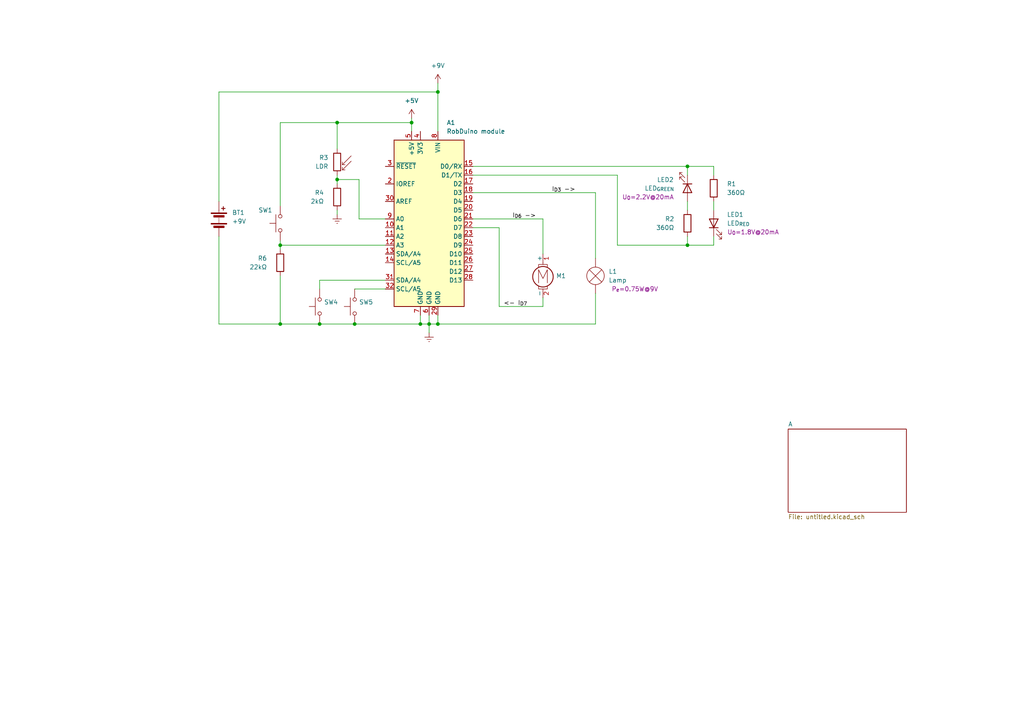
<source format=kicad_sch>
(kicad_sch (version 20250114) (generator "eeschema") (generator_version "9.0")
  (paper "A4")
  (lib_symbols
    (symbol "Device:Battery" (pin_numbers (hide yes)) (pin_names (offset 0) (hide yes))
      (property "Reference" "BT" (at 2.54 2.54 0))
      (property "Value" "Battery" (at 2.54 0 0))
      (symbol "Battery_0_1"
        (rectangle (start -2.286 1.778) (end 2.286 1.524) (fill (type outline)))
        (rectangle (start -2.286 -1.27) (end 2.286 -1.524) (fill (type outline)))
        (rectangle (start -1.524 1.016) (end 1.524 0.508) (fill (type outline)))
        (rectangle (start -1.524 -2.032) (end 1.524 -2.54) (fill (type outline)))
        (polyline (pts (xy 0 1.778) (xy 0 2.54)))
        (polyline (pts (xy 0 0) (xy 0 0.254)))
        (polyline (pts (xy 0 -0.508) (xy 0 -0.254)))
        (polyline (pts (xy 0 -1.016) (xy 0 -0.762)))
        (polyline (pts (xy 0.762 3.048) (xy 1.778 3.048)) (stroke (width 0.254)))
        (polyline (pts (xy 1.27 3.556) (xy 1.27 2.54)) (stroke (width 0.254)))
      )
      (symbol "Battery_1_1"
        (pin passive line (at 0 5.08 270) (length 2.54) (name "+") (number "1"))
        (pin passive line (at 0 -5.08 90) (length 2.54) (name "-") (number "2"))
      )
    )
    (symbol "Device:LED" (pin_numbers (hide yes)) (pin_names (offset 1.016) (hide yes))
      (property "Reference" "D" (at 0 2.54 0))
      (property "Value" "LED" (at 0 -2.54 0))
      (symbol "LED_0_1"
        (polyline (pts (xy -3.048 -0.762) (xy -4.572 -2.286) (xy -3.81 -2.286) (xy -4.572 -2.286) (xy -4.572 -1.524)))
        (polyline (pts (xy -1.778 -0.762) (xy -3.302 -2.286) (xy -2.54 -2.286) (xy -3.302 -2.286) (xy -3.302 -1.524)))
        (polyline (pts (xy -1.27 0) (xy 1.27 0)))
        (polyline (pts (xy -1.27 -1.27) (xy -1.27 1.27)) (stroke (width 0.254)))
        (polyline (pts (xy 1.27 -1.27) (xy 1.27 1.27) (xy -1.27 0) (xy 1.27 -1.27)) (stroke (width 0.254)))
      )
      (symbol "LED_1_1"
        (pin passive line (at -3.81 0 0) (length 2.54) (name "K") (number "1"))
        (pin passive line (at 3.81 0 180) (length 2.54) (name "A") (number "2"))
      )
    )
    (symbol "Device:Lamp" (pin_numbers (hide yes)) (pin_names (offset 0.0254) (hide yes))
      (property "Reference" "LA" (at 0.635 3.81 0))
      (property "Value" "Lamp" (at 0.635 -3.81 0))
      (symbol "Lamp_0_1"
        (polyline (pts (xy -1.778 1.778) (xy 1.778 -1.778)))
        (circle (center 0 0) (radius 2.54))
        (polyline (pts (xy 1.778 1.778) (xy -1.778 -1.778)))
      )
      (symbol "Lamp_1_1"
        (pin passive line (at 0 5.08 270) (length 2.54) (name "+") (number "2"))
        (pin passive line (at 0 -5.08 90) (length 2.54) (name "-") (number "1"))
      )
    )
    (symbol "Device:R" (pin_numbers (hide yes)) (pin_names (offset 0))
      (property "Reference" "R" (at 2.032 0 90))
      (property "Value" "R" (at 0 0 90))
      (symbol "R_0_1"
        (rectangle (start -1.016 -2.54) (end 1.016 2.54) (stroke (width 0.254)))
      )
      (symbol "R_1_1"
        (pin passive line (at 0 3.81 270) (length 1.27) (name "~") (number "1"))
        (pin passive line (at 0 -3.81 90) (length 1.27) (name "~") (number "2"))
      )
    )
    (symbol "Device:R_Photo" (pin_numbers (hide yes)) (pin_names (offset 0))
      (property "Reference" "R" (at 1.27 1.27 0))
      (property "Value" "R_Photo" (at 1.27 0 0))
      (symbol "R_Photo_0_1"
        (polyline (pts (xy -1.524 -0.762) (xy -4.064 1.778)))
        (polyline (pts (xy -1.524 -0.762) (xy -2.286 -0.762)))
        (polyline (pts (xy -1.524 -0.762) (xy -1.524 0)))
        (polyline (pts (xy -1.524 -2.286) (xy -4.064 0.254)))
        (polyline (pts (xy -1.524 -2.286) (xy -2.286 -2.286)))
        (polyline (pts (xy -1.524 -2.286) (xy -1.524 -1.524)))
        (rectangle (start -1.016 2.54) (end 1.016 -2.54) (stroke (width 0.254)))
      )
      (symbol "R_Photo_1_1"
        (pin passive line (at 0 3.81 270) (length 1.27) (name "~") (number "1"))
        (pin passive line (at 0 -3.81 90) (length 1.27) (name "~") (number "2"))
      )
    )
    (symbol "MCU_Module:Arduino_UNO_R3"
      (property "Reference" "A" (at -10.16 23.495 0))
      (property "Value" "Arduino_UNO_R3" (at 5.08 -26.67 0))
      (symbol "Arduino_UNO_R3_0_1"
        (rectangle (start -10.16 22.86) (end 10.16 -25.4) (stroke (width 0.254)) (fill (type background)))
      )
      (symbol "Arduino_UNO_R3_1_1"
        (pin bidirectional line (at -12.7 15.24 0) (length 2.54) (name "D0/RX") (number "15"))
        (pin bidirectional line (at -12.7 12.7 0) (length 2.54) (name "D1/TX") (number "16"))
        (pin bidirectional line (at -12.7 10.16 0) (length 2.54) (name "D2") (number "17"))
        (pin bidirectional line (at -12.7 7.62 0) (length 2.54) (name "D3") (number "18"))
        (pin bidirectional line (at -12.7 5.08 0) (length 2.54) (name "D4") (number "19"))
        (pin bidirectional line (at -12.7 2.54 0) (length 2.54) (name "D5") (number "20"))
        (pin bidirectional line (at -12.7 0 0) (length 2.54) (name "D6") (number "21"))
        (pin bidirectional line (at -12.7 -2.54 0) (length 2.54) (name "D7") (number "22"))
        (pin bidirectional line (at -12.7 -5.08 0) (length 2.54) (name "D8") (number "23"))
        (pin bidirectional line (at -12.7 -7.62 0) (length 2.54) (name "D9") (number "24"))
        (pin bidirectional line (at -12.7 -10.16 0) (length 2.54) (name "D10") (number "25"))
        (pin bidirectional line (at -12.7 -12.7 0) (length 2.54) (name "D11") (number "26"))
        (pin bidirectional line (at -12.7 -15.24 0) (length 2.54) (name "D12") (number "27"))
        (pin bidirectional line (at -12.7 -17.78 0) (length 2.54) (name "D13") (number "28"))
        (pin no_connect line (at -10.16 -20.32 0) (length 2.54) (hide yes) (name "NC") (number "1"))
        (pin power_in line (at -2.54 25.4 270) (length 2.54) (name "VIN") (number "8"))
        (pin power_in line (at -2.54 -27.94 90) (length 2.54) (name "GND") (number "29"))
        (pin power_in line (at 0 -27.94 90) (length 2.54) (name "GND") (number "6"))
        (pin power_out line (at 2.54 25.4 270) (length 2.54) (name "3V3") (number "4"))
        (pin power_in line (at 2.54 -27.94 90) (length 2.54) (name "GND") (number "7"))
        (pin power_out line (at 5.08 25.4 270) (length 2.54) (name "+5V") (number "5"))
        (pin input line (at 12.7 15.24 180) (length 2.54) (name "~{RESET}") (number "3"))
        (pin output line (at 12.7 10.16 180) (length 2.54) (name "IOREF") (number "2"))
        (pin input line (at 12.7 5.08 180) (length 2.54) (name "AREF") (number "30"))
        (pin bidirectional line (at 12.7 0 180) (length 2.54) (name "A0") (number "9"))
        (pin bidirectional line (at 12.7 -2.54 180) (length 2.54) (name "A1") (number "10"))
        (pin bidirectional line (at 12.7 -5.08 180) (length 2.54) (name "A2") (number "11"))
        (pin bidirectional line (at 12.7 -7.62 180) (length 2.54) (name "A3") (number "12"))
        (pin bidirectional line (at 12.7 -10.16 180) (length 2.54) (name "SDA/A4") (number "13"))
        (pin bidirectional line (at 12.7 -12.7 180) (length 2.54) (name "SCL/A5") (number "14"))
        (pin bidirectional line (at 12.7 -17.78 180) (length 2.54) (name "SDA/A4") (number "31"))
        (pin bidirectional line (at 12.7 -20.32 180) (length 2.54) (name "SCL/A5") (number "32"))
      )
    )
    (symbol "Motor:Motor_DC_ALT" (pin_names (offset 0))
      (property "Reference" "M" (at 2.54 2.54 0))
      (property "Value" "Motor_DC_ALT" (at 2.54 -5.08 0))
      (symbol "Motor_DC_ALT_0_0"
        (polyline (pts (xy -1.27 1.27) (xy -1.27 2.032) (xy 1.27 2.032) (xy 1.27 1.27)))
        (polyline (pts (xy -1.27 -3.302) (xy -1.27 0.508) (xy 0 -2.032) (xy 1.27 0.508) (xy 1.27 -3.302)))
        (polyline (pts (xy -1.27 -4.318) (xy -1.27 -5.08) (xy 1.27 -5.08) (xy 1.27 -4.318)))
        (circle (center 0 -1.524) (radius 2.9718) (stroke (width 0.254)))
      )
      (symbol "Motor_DC_ALT_0_1"
        (polyline (pts (xy 0 2.032) (xy 0 2.54)))
      )
      (symbol "Motor_DC_ALT_1_1"
        (pin passive line (at 0 5.08 270) (length 2.54) (name "+") (number "1"))
        (pin passive line (at 0 -7.62 90) (length 2.54) (name "-") (number "2"))
      )
    )
    (symbol "Switch:SW_Push" (pin_numbers (hide yes)) (pin_names (offset 1.016) (hide yes))
      (property "Reference" "SW" (at 1.27 2.54 0))
      (property "Value" "SW_Push" (at 0 -1.524 0))
      (symbol "SW_Push_0_1"
        (circle (center -2.032 0) (radius 0.508))
        (polyline (pts (xy 0 1.27) (xy 0 3.048)))
        (circle (center 2.032 0) (radius 0.508))
        (polyline (pts (xy 2.54 1.27) (xy -2.54 1.27)))
        (pin passive line (at -5.08 0 0) (length 2.54) (name "1") (number "1"))
        (pin passive line (at 5.08 0 180) (length 2.54) (name "2") (number "2"))
      )
    )
    (symbol "power:+5V" (power) (pin_names (offset 0))
      (property "Value" "+5V" (at 0 3.556 0))
      (symbol "+5V_0_1"
        (polyline (pts (xy -0.762 1.27) (xy 0 2.54)))
        (polyline (pts (xy 0 2.54) (xy 0.762 1.27)))
        (polyline (pts (xy 0 0) (xy 0 2.54)))
      )
      (symbol "+5V_1_1"
        (pin power_in line (at 0 0 90) (length 0) (hide yes) (name "+5V") (number "1"))
      )
    )
    (symbol "power:+9V" (power) (pin_names (offset 0))
      (property "Value" "+9V" (at 0 3.556 0))
      (symbol "+9V_0_1"
        (polyline (pts (xy -0.762 1.27) (xy 0 2.54)))
        (polyline (pts (xy 0 2.54) (xy 0.762 1.27)))
        (polyline (pts (xy 0 0) (xy 0 2.54)))
      )
      (symbol "+9V_1_1"
        (pin power_in line (at 0 0 90) (length 0) (hide yes) (name "+9V") (number "1"))
      )
    )
    (symbol "power:GNDREF" (power) (pin_names (offset 0))
      (property "Value" "GNDREF" (at 0 -3.81 0))
      (symbol "GNDREF_0_1"
        (polyline (pts (xy -0.635 -1.905) (xy 0.635 -1.905)))
        (polyline (pts (xy -0.127 -2.54) (xy 0.127 -2.54)))
        (polyline (pts (xy 0 -1.27) (xy 0 0)))
        (polyline (pts (xy 1.27 -1.27) (xy -1.27 -1.27)))
      )
      (symbol "GNDREF_1_1"
        (pin power_in line (at 0 0 270) (length 0) (hide yes) (name "GNDREF") (number "1"))
      )
    )
  )
  (junction (at 97.79 52.07))
  (junction (at 127 26.67))
  (junction (at 199.39 71.12))
  (junction (at 199.39 48.26))
  (junction (at 119.38 35.56))
  (junction (at 127 93.98))
  (junction (at 124.46 93.98))
  (junction (at 81.28 93.98))
  (junction (at 81.28 71.12))
  (junction (at 121.92 93.98))
  (junction (at 102.87 93.98))
  (junction (at 97.79 35.56))
  (junction (at 92.71 93.98))
  (wire (pts (xy 63.5 58.42) (xy 63.5 26.67)))
  (wire (pts (xy 81.28 69.85) (xy 81.28 71.12)))
  (wire (pts (xy 81.28 35.56) (xy 97.79 35.56)))
  (wire (pts (xy 144.78 66.04) (xy 137.16 66.04)))
  (wire (pts (xy 172.72 55.88) (xy 137.16 55.88)))
  (wire (pts (xy 81.28 71.12) (xy 111.76 71.12)))
  (wire (pts (xy 127 93.98) (xy 124.46 93.98)))
  (wire (pts (xy 92.71 93.98) (xy 102.87 93.98)))
  (wire (pts (xy 124.46 91.44) (xy 124.46 93.98)))
  (wire (pts (xy 207.01 71.12) (xy 199.39 71.12)))
  (wire (pts (xy 157.48 88.9) (xy 157.48 86.36)))
  (wire (pts (xy 97.79 43.18) (xy 97.79 35.56)))
  (wire (pts (xy 119.38 35.56) (xy 119.38 38.1)))
  (wire (pts (xy 97.79 52.07) (xy 97.79 53.34)))
  (wire (pts (xy 199.39 58.42) (xy 199.39 60.96)))
  (wire (pts (xy 207.01 68.58) (xy 207.01 71.12)))
  (wire (pts (xy 137.16 50.8) (xy 179.07 50.8)))
  (wire (pts (xy 137.16 63.5) (xy 157.48 63.5)))
  (wire (pts (xy 157.48 88.9) (xy 144.78 88.9)))
  (wire (pts (xy 157.48 73.66) (xy 157.48 63.5)))
  (wire (pts (xy 81.28 59.69) (xy 81.28 35.56)))
  (wire (pts (xy 111.76 63.5) (xy 104.14 63.5)))
  (wire (pts (xy 63.5 26.67) (xy 127 26.67)))
  (wire (pts (xy 97.79 35.56) (xy 119.38 35.56)))
  (wire (pts (xy 92.71 81.28) (xy 111.76 81.28)))
  (wire (pts (xy 207.01 58.42) (xy 207.01 60.96)))
  (wire (pts (xy 63.5 68.58) (xy 63.5 93.98)))
  (wire (pts (xy 97.79 60.96) (xy 97.79 62.23)))
  (wire (pts (xy 81.28 93.98) (xy 92.71 93.98)))
  (wire (pts (xy 172.72 74.93) (xy 172.72 55.88)))
  (wire (pts (xy 102.87 93.98) (xy 121.92 93.98)))
  (wire (pts (xy 124.46 93.98) (xy 124.46 96.52)))
  (wire (pts (xy 144.78 88.9) (xy 144.78 66.04)))
  (wire (pts (xy 127 91.44) (xy 127 93.98)))
  (wire (pts (xy 207.01 48.26) (xy 207.01 50.8)))
  (wire (pts (xy 137.16 48.26) (xy 199.39 48.26)))
  (wire (pts (xy 102.87 83.82) (xy 111.76 83.82)))
  (wire (pts (xy 97.79 50.8) (xy 97.79 52.07)))
  (wire (pts (xy 199.39 48.26) (xy 199.39 50.8)))
  (wire (pts (xy 63.5 93.98) (xy 81.28 93.98)))
  (wire (pts (xy 199.39 71.12) (xy 179.07 71.12)))
  (wire (pts (xy 92.71 83.82) (xy 92.71 81.28)))
  (wire (pts (xy 81.28 80.01) (xy 81.28 93.98)))
  (wire (pts (xy 104.14 52.07) (xy 97.79 52.07)))
  (wire (pts (xy 104.14 63.5) (xy 104.14 52.07)))
  (wire (pts (xy 127 24.13) (xy 127 26.67)))
  (wire (pts (xy 81.28 71.12) (xy 81.28 72.39)))
  (wire (pts (xy 121.92 91.44) (xy 121.92 93.98)))
  (wire (pts (xy 121.92 93.98) (xy 124.46 93.98)))
  (wire (pts (xy 199.39 68.58) (xy 199.39 71.12)))
  (wire (pts (xy 172.72 93.98) (xy 127 93.98)))
  (wire (pts (xy 119.38 34.29) (xy 119.38 35.56)))
  (wire (pts (xy 199.39 48.26) (xy 207.01 48.26)))
  (wire (pts (xy 172.72 85.09) (xy 172.72 93.98)))
  (wire (pts (xy 179.07 71.12) (xy 179.07 50.8)))
  (wire (pts (xy 127 26.67) (xy 127 38.1)))
  (label "I_{D3} ->" (at 160.02 55.88 0))
  (label "<- I_{D7}" (at 146.05 88.9 0))
  (label "I_{D6} ->" (at 148.59 63.5 0))
  (symbol (lib_id "power:GNDREF") (at 97.79 62.23 0) (unit 1)
    (property "Reference" "#PWR05" (effects (hide yes)))
    (property "Value" "GNDREF" (effects (hide yes)))
  )
  (symbol (lib_id "power:+9V") (at 127 24.13 0) (unit 1)
    (property "Reference" "#PWR01" (effects (hide yes)))
    (property "Value" "+9V" (at 127 19.05 0))
  )
  (symbol (lib_id "Switch:SW_Push") (at 81.28 64.77 90) (unit 1)
    (property "Reference" "SW1" (at 74.93 60.96 90) (effects (justify right)))
    (property "Value" "SW_Push" (effects (hide yes)))
  )
  (symbol (lib_id "Switch:SW_Push") (at 102.87 88.9 90) (unit 1)
    (property "Reference" "SW5" (at 104.14 87.63 90) (effects (justify right)))
    (property "Value" "SW_Push" (effects (hide yes)))
  )
  (symbol (lib_id "MCU_Module:Arduino_UNO_R3") (at 124.46 63.5 0) (mirror y) (unit 1)
    (property "Reference" "A1" (at 129.54 35.56 0) (effects (justify right)))
    (property "Value" "RobDuino module" (at 129.54 38.1 0) (effects (justify right)))
    (property "Footprint" "Module:Arduino_UNO_R3" (effects (hide yes)))
    (property "Datasheet" "https://www.arduino.cc/en/Main/arduinoBoardUno" (effects (hide yes)))
  )
  (symbol (lib_id "Device:R") (at 207.01 54.61 180) (unit 1)
    (property "Reference" "R1" (at 210.82 53.34 0) (effects (justify right)))
    (property "Value" "360Ω" (at 210.82 55.88 0) (effects (justify right)))
  )
  (symbol (lib_id "Device:R") (at 97.79 57.15 0) (mirror x) (unit 1)
    (property "Reference" "R4" (at 93.98 55.88 0) (effects (justify right)))
    (property "Value" "2kΩ" (at 93.98 58.42 0) (effects (justify right)))
  )
  (symbol (lib_id "power:GNDREF") (at 124.46 96.52 0) (unit 1)
    (property "Reference" "#PWR03" (effects (hide yes)))
    (property "Value" "GNDREF" (effects (hide yes)))
  )
  (symbol (lib_id "Device:Lamp") (at 172.72 80.01 0) (unit 1)
    (property "Reference" "L1" (at 176.53 78.74 0) (effects (justify left)))
    (property "Value" "Lamp" (at 176.53 81.28 0) (effects (justify left)))
    (property "Datasheet" "P_{e}=0.75W@9V" (at 184.15 83.82 0))
  )
  (symbol (lib_id "Device:LED") (at 207.01 64.77 90) (unit 1)
    (property "Reference" "LED1" (at 210.82 62.23 90) (effects (justify right)))
    (property "Value" "LED_{RED}" (at 210.82 64.77 90) (effects (justify right)))
    (property "Datasheet" "U_{0}=1.8V@20mA" (at 218.44 67.31 90))
  )
  (symbol (lib_id "Device:R") (at 81.28 76.2 0) (mirror x) (unit 1)
    (property "Reference" "R6" (at 77.47 74.93 0) (effects (justify right)))
    (property "Value" "22kΩ" (at 77.47 77.47 0) (effects (justify right)))
  )
  (symbol (lib_id "power:+5V") (at 119.38 34.29 0) (unit 1)
    (property "Reference" "#PWR02" (effects (hide yes)))
    (property "Value" "+5V" (at 119.38 29.21 0))
  )
  (symbol (lib_id "Device:LED") (at 199.39 54.61 270) (unit 1)
    (property "Reference" "LED2" (at 195.4233 52.1383 90) (effects (justify right)))
    (property "Value" "LED_{GREEN}" (at 195.58 54.61 90) (effects (justify right)))
    (property "Datasheet" "U_{0}=2.2V@20mA" (at 187.96 57.15 90))
  )
  (symbol (lib_id "Device:Battery") (at 63.5 63.5 0) (unit 1)
    (property "Reference" "BT1" (at 67.31 61.6585 0) (effects (justify left)))
    (property "Value" "+9V" (at 67.31 64.1985 0) (effects (justify left)))
  )
  (symbol (lib_id "Motor:Motor_DC_ALT") (at 157.48 78.74 0) (unit 1)
    (property "Reference" "M1" (at 161.29 80.01 0) (effects (justify left)))
    (property "Value" "Motor_DC_ALT" (effects (hide yes)))
  )
  (symbol (lib_id "Switch:SW_Push") (at 92.71 88.9 90) (unit 1)
    (property "Reference" "SW4" (at 93.98 87.63 90) (effects (justify right)))
    (property "Value" "SW_Push" (effects (hide yes)))
  )
  (symbol (lib_id "Device:R") (at 199.39 64.77 0) (mirror x) (unit 1)
    (property "Reference" "R2" (at 195.58 63.5 0) (effects (justify right)))
    (property "Value" "360Ω" (at 195.58 66.04 0) (effects (justify right)))
  )
  (symbol (lib_id "Device:R_Photo") (at 97.79 46.99 0) (mirror y) (unit 1)
    (property "Reference" "R3" (at 95.25 45.72 0) (effects (justify left)))
    (property "Value" "LDR" (at 95.25 48.26 0) (effects (justify left)))
  )
  (sheet (at 228.6 124.46) (size 34.29 24.13) (stroke (width 0.1524))
    (property "Sheetname" "A" (at 228.6 123.7484 0) (effects (justify left bottom)))
    (property "Sheetfile" "untitled.kicad_sch" (at 228.6 149.1746 0) (effects (justify left top)))
  )
)
</source>
